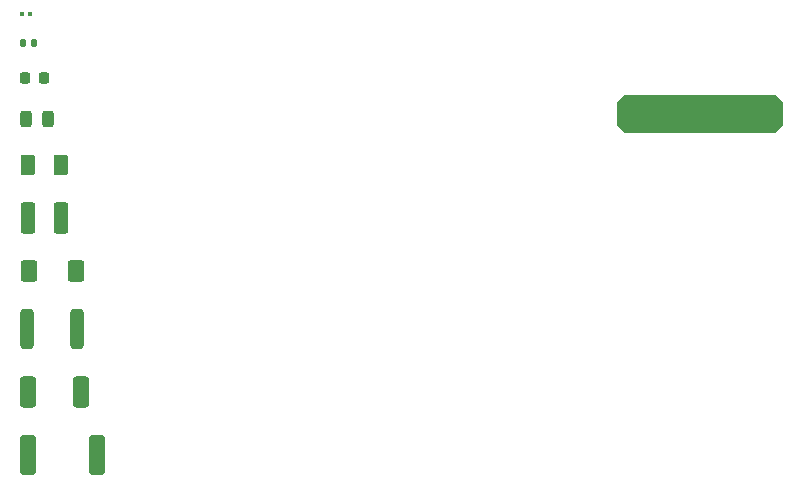
<source format=gbr>
%TF.GenerationSoftware,KiCad,Pcbnew,7.0.10*%
%TF.CreationDate,2024-02-28T16:33:31-05:00*%
%TF.ProjectId,Business Card,42757369-6e65-4737-9320-436172642e6b,rev?*%
%TF.SameCoordinates,Original*%
%TF.FileFunction,Paste,Bot*%
%TF.FilePolarity,Positive*%
%FSLAX46Y46*%
G04 Gerber Fmt 4.6, Leading zero omitted, Abs format (unit mm)*
G04 Created by KiCad (PCBNEW 7.0.10) date 2024-02-28 16:33:31*
%MOMM*%
%LPD*%
G01*
G04 APERTURE LIST*
G04 Aperture macros list*
%AMRoundRect*
0 Rectangle with rounded corners*
0 $1 Rounding radius*
0 $2 $3 $4 $5 $6 $7 $8 $9 X,Y pos of 4 corners*
0 Add a 4 corners polygon primitive as box body*
4,1,4,$2,$3,$4,$5,$6,$7,$8,$9,$2,$3,0*
0 Add four circle primitives for the rounded corners*
1,1,$1+$1,$2,$3*
1,1,$1+$1,$4,$5*
1,1,$1+$1,$6,$7*
1,1,$1+$1,$8,$9*
0 Add four rect primitives between the rounded corners*
20,1,$1+$1,$2,$3,$4,$5,0*
20,1,$1+$1,$4,$5,$6,$7,0*
20,1,$1+$1,$6,$7,$8,$9,0*
20,1,$1+$1,$8,$9,$2,$3,0*%
%AMOutline5P*
0 Free polygon, 5 corners , with rotation*
0 The origin of the aperture is its center*
0 number of corners: always 5*
0 $1 to $10 corner X, Y*
0 $11 Rotation angle, in degrees counterclockwise*
0 create outline with 5 corners*
4,1,5,$1,$2,$3,$4,$5,$6,$7,$8,$9,$10,$1,$2,$11*%
%AMOutline6P*
0 Free polygon, 6 corners , with rotation*
0 The origin of the aperture is its center*
0 number of corners: always 6*
0 $1 to $12 corner X, Y*
0 $13 Rotation angle, in degrees counterclockwise*
0 create outline with 6 corners*
4,1,6,$1,$2,$3,$4,$5,$6,$7,$8,$9,$10,$11,$12,$1,$2,$13*%
%AMOutline7P*
0 Free polygon, 7 corners , with rotation*
0 The origin of the aperture is its center*
0 number of corners: always 7*
0 $1 to $14 corner X, Y*
0 $15 Rotation angle, in degrees counterclockwise*
0 create outline with 7 corners*
4,1,7,$1,$2,$3,$4,$5,$6,$7,$8,$9,$10,$11,$12,$13,$14,$1,$2,$15*%
%AMOutline8P*
0 Free polygon, 8 corners , with rotation*
0 The origin of the aperture is its center*
0 number of corners: always 8*
0 $1 to $16 corner X, Y*
0 $17 Rotation angle, in degrees counterclockwise*
0 create outline with 8 corners*
4,1,8,$1,$2,$3,$4,$5,$6,$7,$8,$9,$10,$11,$12,$13,$14,$15,$16,$1,$2,$17*%
G04 Aperture macros list end*
%ADD10RoundRect,0.250000X0.312500X1.450000X-0.312500X1.450000X-0.312500X-1.450000X0.312500X-1.450000X0*%
%ADD11RoundRect,0.250000X0.375000X1.075000X-0.375000X1.075000X-0.375000X-1.075000X0.375000X-1.075000X0*%
%ADD12RoundRect,0.250000X0.425000X1.425000X-0.425000X1.425000X-0.425000X-1.425000X0.425000X-1.425000X0*%
%ADD13RoundRect,0.250000X0.375000X0.625000X-0.375000X0.625000X-0.375000X-0.625000X0.375000X-0.625000X0*%
%ADD14RoundRect,0.243750X0.243750X0.456250X-0.243750X0.456250X-0.243750X-0.456250X0.243750X-0.456250X0*%
%ADD15RoundRect,0.147500X0.147500X0.172500X-0.147500X0.172500X-0.147500X-0.172500X0.147500X-0.172500X0*%
%ADD16RoundRect,0.218750X0.218750X0.256250X-0.218750X0.256250X-0.218750X-0.256250X0.218750X-0.256250X0*%
%ADD17RoundRect,0.079500X0.079500X0.100500X-0.079500X0.100500X-0.079500X-0.100500X0.079500X-0.100500X0*%
%ADD18RoundRect,0.249999X0.450001X0.650001X-0.450001X0.650001X-0.450001X-0.650001X0.450001X-0.650001X0*%
%ADD19RoundRect,0.250000X0.425000X1.075000X-0.425000X1.075000X-0.425000X-1.075000X0.425000X-1.075000X0*%
%ADD20Outline8P,-7.000000X0.975000X-6.350000X1.625000X6.350000X1.625000X7.000000X0.975000X7.000000X-0.975000X6.350000X-1.625000X-6.350000X-1.625000X-7.000000X-0.975000X0.000000*%
G04 APERTURE END LIST*
D10*
%TO.C,1812 (4532)*%
X109652500Y-102668331D03*
X113927500Y-102668331D03*
%TD*%
D11*
%TO.C,1210 (3225)*%
X112520000Y-93252665D03*
X109720000Y-93252665D03*
%TD*%
D12*
%TO.C,2512 (6332)*%
X109760000Y-113284000D03*
X115560000Y-113284000D03*
%TD*%
D13*
%TO.C,1206 (3216)*%
X109720000Y-88757332D03*
X112520000Y-88757332D03*
%TD*%
D14*
%TO.C,0805 (2012)*%
X111457500Y-84886999D03*
X109582500Y-84886999D03*
%TD*%
D15*
%TO.C,0402 (1005)*%
X110255000Y-78471333D03*
X109285000Y-78471333D03*
%TD*%
D16*
%TO.C,0603 (1608)*%
X111107500Y-81416666D03*
X109532500Y-81416666D03*
%TD*%
D17*
%TO.C,0201 (0603)*%
X109885000Y-75946000D03*
X109195000Y-75946000D03*
%TD*%
D18*
%TO.C,1806 (4516)*%
X109790000Y-97772998D03*
X113790000Y-97772998D03*
%TD*%
D19*
%TO.C,2010 (5025)*%
X114270000Y-107988664D03*
X109770000Y-107988664D03*
%TD*%
D20*
%TO.C,BT1*%
X166600000Y-84438000D03*
%TD*%
M02*

</source>
